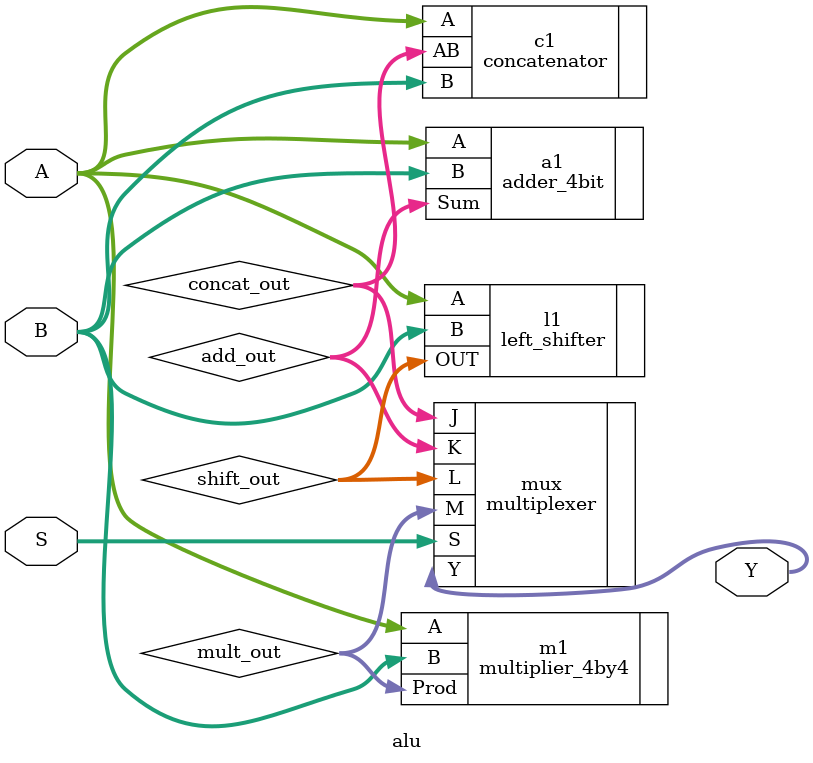
<source format=v>
`timescale 1ns / 1ps


module alu(
    input [3:0] A,
    input [3:0] B,
    input [1:0] S,
    output [7:0] Y
    );
    
    wire [7:0] add_out;
    wire [7:0] mult_out;
    wire [7:0] concat_out;
    wire [7:0] shift_out;
    
    adder_4bit a1 (.A(A), .B(B), .Sum(add_out));
    multiplier_4by4 m1 (.A(A), .B(B), .Prod(mult_out));
    concatenator c1 (.A(A), .B(B), .AB(concat_out));
    left_shifter l1 (.A(A), .B(B), .OUT(shift_out));
    
    multiplexer mux (.J(concat_out), .K(add_out), .L(shift_out), .M(mult_out), .S(S), .Y(Y));
    
endmodule

</source>
